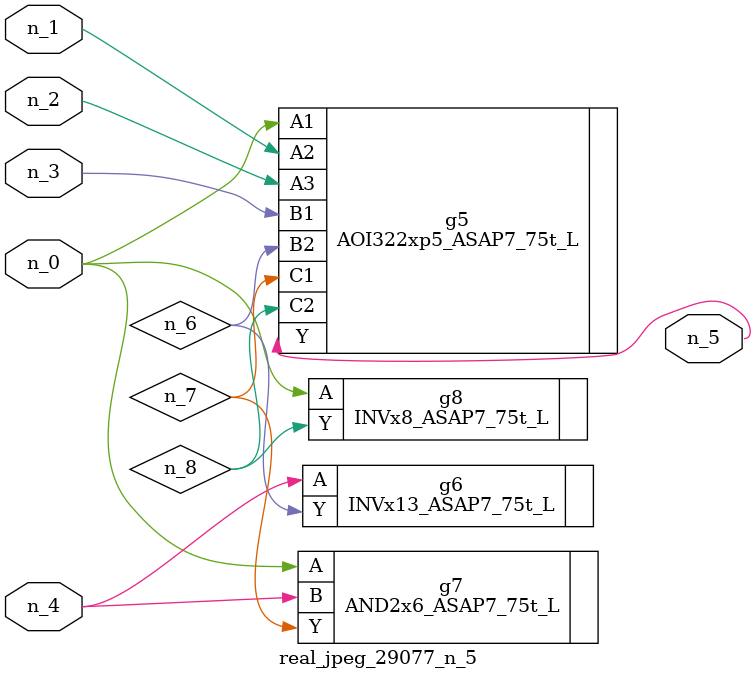
<source format=v>
module real_jpeg_29077_n_5 (n_4, n_0, n_1, n_2, n_3, n_5);

input n_4;
input n_0;
input n_1;
input n_2;
input n_3;

output n_5;

wire n_8;
wire n_6;
wire n_7;

AOI322xp5_ASAP7_75t_L g5 ( 
.A1(n_0),
.A2(n_1),
.A3(n_2),
.B1(n_3),
.B2(n_6),
.C1(n_7),
.C2(n_8),
.Y(n_5)
);

AND2x6_ASAP7_75t_L g7 ( 
.A(n_0),
.B(n_4),
.Y(n_7)
);

INVx8_ASAP7_75t_L g8 ( 
.A(n_0),
.Y(n_8)
);

INVx13_ASAP7_75t_L g6 ( 
.A(n_4),
.Y(n_6)
);


endmodule
</source>
